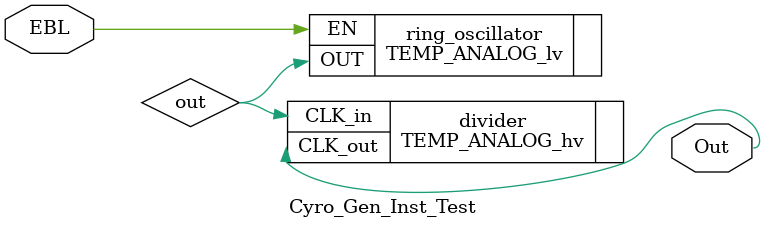
<source format=v>
module Cyro_Gen_Inst_Test
(
	input EBL,
	output Out
	);
	
	wire VIN;
	TEMP_ANALOG_lv ring_oscillator(
		.EN(EBL),
		.OUT(out)
	);

	TEMP_ANALOG_hv divider(
		.CLK_in(out),
		.CLK_out(Out)
	);

endmodule


</source>
